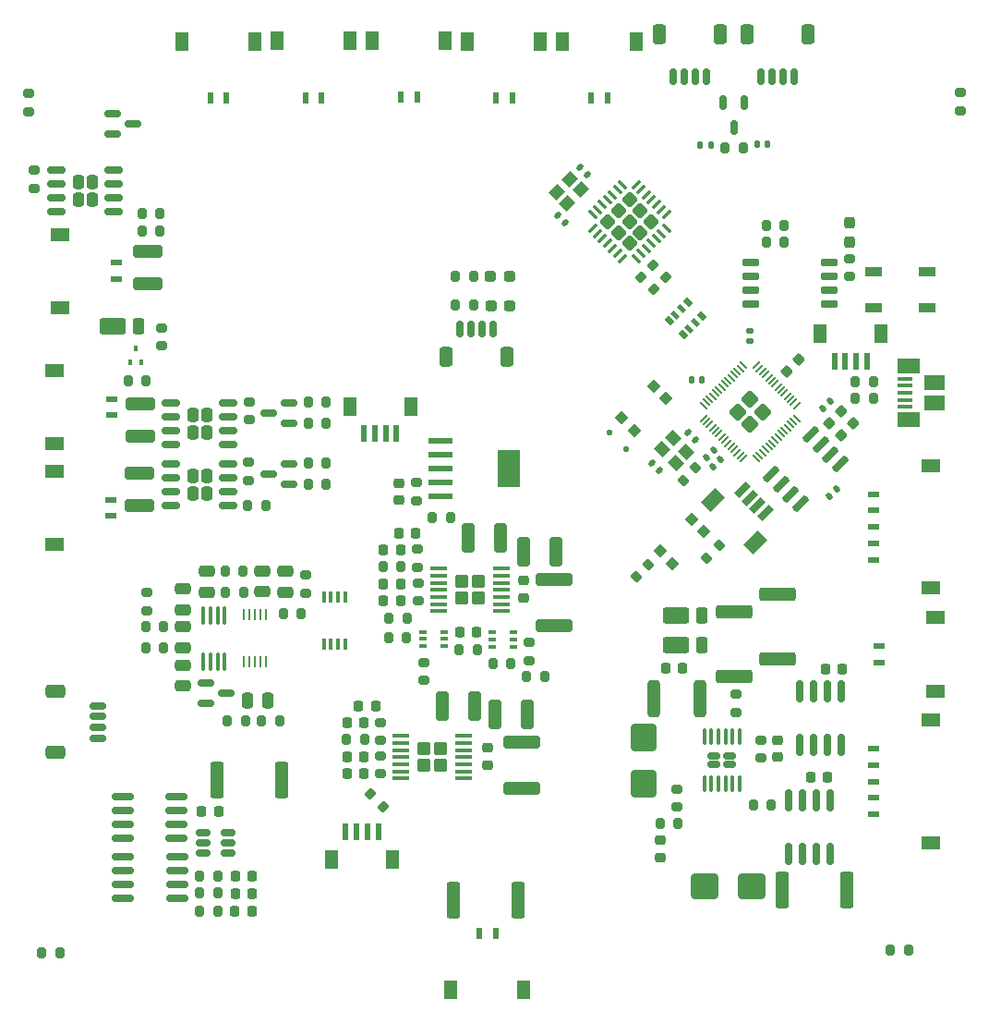
<source format=gbr>
%TF.GenerationSoftware,KiCad,Pcbnew,7.0.1*%
%TF.CreationDate,2024-01-14T15:51:54-07:00*%
%TF.ProjectId,Battery_Board_V3a,42617474-6572-4795-9f42-6f6172645f56,rev?*%
%TF.SameCoordinates,Original*%
%TF.FileFunction,Paste,Top*%
%TF.FilePolarity,Positive*%
%FSLAX46Y46*%
G04 Gerber Fmt 4.6, Leading zero omitted, Abs format (unit mm)*
G04 Created by KiCad (PCBNEW 7.0.1) date 2024-01-14 15:51:54*
%MOMM*%
%LPD*%
G01*
G04 APERTURE LIST*
G04 Aperture macros list*
%AMRoundRect*
0 Rectangle with rounded corners*
0 $1 Rounding radius*
0 $2 $3 $4 $5 $6 $7 $8 $9 X,Y pos of 4 corners*
0 Add a 4 corners polygon primitive as box body*
4,1,4,$2,$3,$4,$5,$6,$7,$8,$9,$2,$3,0*
0 Add four circle primitives for the rounded corners*
1,1,$1+$1,$2,$3*
1,1,$1+$1,$4,$5*
1,1,$1+$1,$6,$7*
1,1,$1+$1,$8,$9*
0 Add four rect primitives between the rounded corners*
20,1,$1+$1,$2,$3,$4,$5,0*
20,1,$1+$1,$4,$5,$6,$7,0*
20,1,$1+$1,$6,$7,$8,$9,0*
20,1,$1+$1,$8,$9,$2,$3,0*%
%AMRotRect*
0 Rectangle, with rotation*
0 The origin of the aperture is its center*
0 $1 length*
0 $2 width*
0 $3 Rotation angle, in degrees counterclockwise*
0 Add horizontal line*
21,1,$1,$2,0,0,$3*%
G04 Aperture macros list end*
%ADD10RoundRect,0.200000X0.275000X-0.200000X0.275000X0.200000X-0.275000X0.200000X-0.275000X-0.200000X0*%
%ADD11RotRect,0.600000X1.550000X135.000000*%
%ADD12RotRect,1.200000X1.800000X135.000000*%
%ADD13RoundRect,0.225000X-0.225000X-0.250000X0.225000X-0.250000X0.225000X0.250000X-0.225000X0.250000X0*%
%ADD14RoundRect,0.250000X-1.450000X0.312500X-1.450000X-0.312500X1.450000X-0.312500X1.450000X0.312500X0*%
%ADD15R,1.500000X0.900000*%
%ADD16RoundRect,0.150000X0.825000X0.150000X-0.825000X0.150000X-0.825000X-0.150000X0.825000X-0.150000X0*%
%ADD17RoundRect,0.150000X0.150000X0.625000X-0.150000X0.625000X-0.150000X-0.625000X0.150000X-0.625000X0*%
%ADD18RoundRect,0.250000X0.350000X0.650000X-0.350000X0.650000X-0.350000X-0.650000X0.350000X-0.650000X0*%
%ADD19R,0.650000X0.400000*%
%ADD20RoundRect,0.200000X-0.200000X-0.275000X0.200000X-0.275000X0.200000X0.275000X-0.200000X0.275000X0*%
%ADD21RoundRect,0.250000X0.255000X0.395000X-0.255000X0.395000X-0.255000X-0.395000X0.255000X-0.395000X0*%
%ADD22RoundRect,0.150000X0.662500X0.150000X-0.662500X0.150000X-0.662500X-0.150000X0.662500X-0.150000X0*%
%ADD23RoundRect,0.150000X-0.512500X-0.150000X0.512500X-0.150000X0.512500X0.150000X-0.512500X0.150000X0*%
%ADD24RoundRect,0.140000X-0.021213X0.219203X-0.219203X0.021213X0.021213X-0.219203X0.219203X-0.021213X0*%
%ADD25R,0.600000X1.000000*%
%ADD26R,1.250000X1.800000*%
%ADD27RoundRect,0.140000X-0.219203X-0.021213X-0.021213X-0.219203X0.219203X0.021213X0.021213X0.219203X0*%
%ADD28RoundRect,0.200000X0.200000X0.275000X-0.200000X0.275000X-0.200000X-0.275000X0.200000X-0.275000X0*%
%ADD29RoundRect,0.250000X0.275000X0.500000X-0.275000X0.500000X-0.275000X-0.500000X0.275000X-0.500000X0*%
%ADD30RoundRect,0.250000X0.950000X0.500000X-0.950000X0.500000X-0.950000X-0.500000X0.950000X-0.500000X0*%
%ADD31RoundRect,0.225000X-0.250000X0.225000X-0.250000X-0.225000X0.250000X-0.225000X0.250000X0.225000X0*%
%ADD32RotRect,0.800000X0.500000X135.000000*%
%ADD33RotRect,0.800000X0.400000X135.000000*%
%ADD34RoundRect,0.250000X-1.100000X0.325000X-1.100000X-0.325000X1.100000X-0.325000X1.100000X0.325000X0*%
%ADD35RoundRect,0.200000X0.335876X0.053033X0.053033X0.335876X-0.335876X-0.053033X-0.053033X-0.335876X0*%
%ADD36RoundRect,0.225000X0.250000X-0.225000X0.250000X0.225000X-0.250000X0.225000X-0.250000X-0.225000X0*%
%ADD37RoundRect,0.250000X-0.475000X0.250000X-0.475000X-0.250000X0.475000X-0.250000X0.475000X0.250000X0*%
%ADD38RoundRect,0.150000X0.150000X-0.825000X0.150000X0.825000X-0.150000X0.825000X-0.150000X-0.825000X0*%
%ADD39R,2.200000X0.600000*%
%ADD40R,2.150000X3.450000*%
%ADD41RoundRect,0.150000X0.406586X0.618718X-0.618718X-0.406586X-0.406586X-0.618718X0.618718X0.406586X0*%
%ADD42RotRect,0.900000X0.900000X225.000000*%
%ADD43R,1.000000X0.600000*%
%ADD44R,1.800000X1.250000*%
%ADD45RoundRect,0.225000X0.225000X0.250000X-0.225000X0.250000X-0.225000X-0.250000X0.225000X-0.250000X0*%
%ADD46RotRect,0.900000X0.900000X45.000000*%
%ADD47RoundRect,0.250000X-0.255000X-0.395000X0.255000X-0.395000X0.255000X0.395000X-0.255000X0.395000X0*%
%ADD48RoundRect,0.150000X-0.662500X-0.150000X0.662500X-0.150000X0.662500X0.150000X-0.662500X0.150000X0*%
%ADD49RoundRect,0.150000X0.587500X0.150000X-0.587500X0.150000X-0.587500X-0.150000X0.587500X-0.150000X0*%
%ADD50RoundRect,0.250000X0.362500X1.425000X-0.362500X1.425000X-0.362500X-1.425000X0.362500X-1.425000X0*%
%ADD51RoundRect,0.250000X0.325000X1.100000X-0.325000X1.100000X-0.325000X-1.100000X0.325000X-1.100000X0*%
%ADD52RoundRect,0.200000X-0.275000X0.200000X-0.275000X-0.200000X0.275000X-0.200000X0.275000X0.200000X0*%
%ADD53RoundRect,0.250001X-0.354999X-0.374999X0.354999X-0.374999X0.354999X0.374999X-0.354999X0.374999X0*%
%ADD54RoundRect,0.100000X-0.687500X-0.100000X0.687500X-0.100000X0.687500X0.100000X-0.687500X0.100000X0*%
%ADD55RoundRect,0.200000X0.053033X-0.335876X0.335876X-0.053033X-0.053033X0.335876X-0.335876X0.053033X0*%
%ADD56RoundRect,0.237500X-0.237500X0.287500X-0.237500X-0.287500X0.237500X-0.287500X0.237500X0.287500X0*%
%ADD57RoundRect,0.250000X-0.362500X-1.425000X0.362500X-1.425000X0.362500X1.425000X-0.362500X1.425000X0*%
%ADD58RoundRect,0.250000X-1.000000X-0.900000X1.000000X-0.900000X1.000000X0.900000X-1.000000X0.900000X0*%
%ADD59RoundRect,0.140000X0.219203X0.021213X0.021213X0.219203X-0.219203X-0.021213X-0.021213X-0.219203X0*%
%ADD60RoundRect,0.125000X0.176777X0.000000X0.000000X0.176777X-0.176777X0.000000X0.000000X-0.176777X0*%
%ADD61RoundRect,0.150000X-0.150000X0.512500X-0.150000X-0.512500X0.150000X-0.512500X0.150000X0.512500X0*%
%ADD62RoundRect,0.150000X-0.150000X0.825000X-0.150000X-0.825000X0.150000X-0.825000X0.150000X0.825000X0*%
%ADD63RoundRect,0.250000X-0.325000X-1.100000X0.325000X-1.100000X0.325000X1.100000X-0.325000X1.100000X0*%
%ADD64RoundRect,0.200000X-0.053033X0.335876X-0.335876X0.053033X0.053033X-0.335876X0.335876X-0.053033X0*%
%ADD65RoundRect,0.237500X-0.287500X-0.237500X0.287500X-0.237500X0.287500X0.237500X-0.287500X0.237500X0*%
%ADD66R,0.400000X0.510000*%
%ADD67RoundRect,0.250000X-1.425000X0.362500X-1.425000X-0.362500X1.425000X-0.362500X1.425000X0.362500X0*%
%ADD68RoundRect,0.100000X0.100000X-0.712500X0.100000X0.712500X-0.100000X0.712500X-0.100000X-0.712500X0*%
%ADD69RoundRect,0.150000X-0.650000X-0.150000X0.650000X-0.150000X0.650000X0.150000X-0.650000X0.150000X0*%
%ADD70RoundRect,0.150000X-0.587500X-0.150000X0.587500X-0.150000X0.587500X0.150000X-0.587500X0.150000X0*%
%ADD71RoundRect,0.150000X-0.625000X0.150000X-0.625000X-0.150000X0.625000X-0.150000X0.625000X0.150000X0*%
%ADD72RoundRect,0.250000X-0.650000X0.350000X-0.650000X-0.350000X0.650000X-0.350000X0.650000X0.350000X0*%
%ADD73RoundRect,0.250000X1.100000X-0.325000X1.100000X0.325000X-1.100000X0.325000X-1.100000X-0.325000X0*%
%ADD74RoundRect,0.140000X0.170000X-0.140000X0.170000X0.140000X-0.170000X0.140000X-0.170000X-0.140000X0*%
%ADD75RoundRect,0.250000X1.425000X-0.362500X1.425000X0.362500X-1.425000X0.362500X-1.425000X-0.362500X0*%
%ADD76RoundRect,0.140000X-0.140000X-0.170000X0.140000X-0.170000X0.140000X0.170000X-0.140000X0.170000X0*%
%ADD77R,1.380000X0.450000*%
%ADD78R,2.100000X1.475000*%
%ADD79R,1.900000X1.375000*%
%ADD80RoundRect,0.250000X-0.900000X1.000000X-0.900000X-1.000000X0.900000X-1.000000X0.900000X1.000000X0*%
%ADD81RoundRect,0.140000X0.140000X0.170000X-0.140000X0.170000X-0.140000X-0.170000X0.140000X-0.170000X0*%
%ADD82RoundRect,0.249999X-0.558616X0.000000X0.000000X-0.558616X0.558616X0.000000X0.000000X0.558616X0*%
%ADD83RoundRect,0.050000X-0.309359X0.238649X0.238649X-0.309359X0.309359X-0.238649X-0.238649X0.309359X0*%
%ADD84RoundRect,0.050000X-0.309359X-0.238649X-0.238649X-0.309359X0.309359X0.238649X0.238649X0.309359X0*%
%ADD85RoundRect,0.250000X0.475000X-0.250000X0.475000X0.250000X-0.475000X0.250000X-0.475000X-0.250000X0*%
%ADD86R,0.250000X1.100000*%
%ADD87R,0.600000X1.550000*%
%ADD88R,1.200000X1.800000*%
%ADD89RoundRect,0.250000X-0.312500X-1.450000X0.312500X-1.450000X0.312500X1.450000X-0.312500X1.450000X0*%
%ADD90RoundRect,0.250000X0.452548X0.000000X0.000000X0.452548X-0.452548X0.000000X0.000000X-0.452548X0*%
%ADD91RoundRect,0.075000X0.362392X-0.256326X-0.256326X0.362392X-0.362392X0.256326X0.256326X-0.362392X0*%
%ADD92RoundRect,0.075000X0.362392X0.256326X0.256326X0.362392X-0.362392X-0.256326X-0.256326X-0.362392X0*%
%ADD93R,0.400000X1.100000*%
%ADD94RoundRect,0.225000X0.017678X-0.335876X0.335876X-0.017678X-0.017678X0.335876X-0.335876X0.017678X0*%
%ADD95RoundRect,0.225000X-0.335876X-0.017678X-0.017678X-0.335876X0.335876X0.017678X0.017678X0.335876X0*%
%ADD96RoundRect,0.167500X0.407500X-0.167500X0.407500X0.167500X-0.407500X0.167500X-0.407500X-0.167500X0*%
%ADD97RoundRect,0.100000X0.100000X-0.625000X0.100000X0.625000X-0.100000X0.625000X-0.100000X-0.625000X0*%
%ADD98RotRect,1.150000X1.000000X315.000000*%
%ADD99RoundRect,0.250000X-0.250000X-0.475000X0.250000X-0.475000X0.250000X0.475000X-0.250000X0.475000X0*%
%ADD100RoundRect,0.140000X0.021213X-0.219203X0.219203X-0.021213X-0.021213X0.219203X-0.219203X0.021213X0*%
%ADD101RotRect,1.150000X1.000000X225.000000*%
G04 APERTURE END LIST*
D10*
%TO.C,R57*%
X186790000Y-65585000D03*
X186790000Y-63935000D03*
%TD*%
D11*
%TO.C,J21*%
X179057577Y-87283744D03*
X178350470Y-86576637D03*
X177643363Y-85869530D03*
X176936256Y-85162423D03*
D12*
X178191371Y-89988427D03*
X174231573Y-86028629D03*
%TD*%
D13*
%TO.C,C1*%
X144082500Y-90615000D03*
X145632500Y-90615000D03*
%TD*%
D14*
%TO.C,L3*%
X156700000Y-108200000D03*
X156700000Y-112475000D03*
%TD*%
D15*
%TO.C,LED1*%
X193870000Y-68420000D03*
X193870000Y-65120000D03*
X188970000Y-65120000D03*
X188970000Y-68420000D03*
%TD*%
D16*
%TO.C,Q2*%
X125124999Y-122585000D03*
X125124999Y-121315000D03*
X125124999Y-120045000D03*
X125124999Y-118775000D03*
X120174999Y-118775000D03*
X120174999Y-120045000D03*
X120174999Y-121315000D03*
X120174999Y-122585000D03*
%TD*%
D17*
%TO.C,J27*%
X154110000Y-70395000D03*
X153110000Y-70395000D03*
X152110000Y-70395000D03*
X151110000Y-70395000D03*
D18*
X155410000Y-72920000D03*
X149810000Y-72920000D03*
%TD*%
D19*
%TO.C,Q3*%
X154057500Y-98180000D03*
X154057500Y-98830000D03*
X154057500Y-99480000D03*
X155957500Y-99480000D03*
X155957500Y-98830000D03*
X155957500Y-98180000D03*
%TD*%
D20*
%TO.C,R4*%
X127225000Y-120530000D03*
X128875000Y-120530000D03*
%TD*%
D21*
%TO.C,Q9*%
X127832502Y-85469999D03*
X127832502Y-83869999D03*
X126572502Y-85469999D03*
X126572502Y-83869999D03*
D22*
X129840002Y-86574999D03*
X129840002Y-85304999D03*
X129840002Y-84034999D03*
X129840002Y-82764999D03*
X124565002Y-82764999D03*
X124565002Y-84034999D03*
X124565002Y-85304999D03*
X124565002Y-86574999D03*
%TD*%
D23*
%TO.C,U1*%
X127542500Y-116500000D03*
X127542500Y-117450000D03*
X127542500Y-118400000D03*
X129817500Y-118400000D03*
X129817500Y-117450000D03*
X129817500Y-116500000D03*
%TD*%
D24*
%TO.C,C31*%
X185639411Y-85060589D03*
X184960589Y-85739411D03*
%TD*%
D25*
%TO.C,J7*%
X155870000Y-49225000D03*
X154370000Y-49225000D03*
D26*
X158475000Y-44035000D03*
X151765000Y-44035000D03*
%TD*%
D27*
%TO.C,C20*%
X171960589Y-79870589D03*
X172639411Y-80549411D03*
%TD*%
D28*
%TO.C,FB3*%
X131215000Y-94502499D03*
X129565000Y-94502499D03*
%TD*%
D29*
%TO.C,D1*%
X121640001Y-70154998D03*
D30*
X119265001Y-70154998D03*
%TD*%
D28*
%TO.C,R19*%
X133285000Y-86564998D03*
X131635000Y-86564998D03*
%TD*%
D31*
%TO.C,C40*%
X180220000Y-108085000D03*
X180220000Y-109635000D03*
%TD*%
D10*
%TO.C,R60*%
X123750000Y-71955000D03*
X123750000Y-70305000D03*
%TD*%
D32*
%TO.C,R48*%
X171537868Y-70934924D03*
D33*
X172103553Y-70369239D03*
X172669239Y-69803553D03*
D32*
X173234924Y-69237868D03*
X171962132Y-67965076D03*
D33*
X171396447Y-68530761D03*
X170830761Y-69096447D03*
D32*
X170265076Y-69662132D03*
%TD*%
D25*
%TO.C,J8*%
X164610000Y-49245000D03*
X163110000Y-49245000D03*
D26*
X167215000Y-44055000D03*
X160505000Y-44055000D03*
%TD*%
D34*
%TO.C,C50*%
X122430000Y-63325000D03*
X122430000Y-66275000D03*
%TD*%
D28*
%TO.C,R31*%
X180825000Y-60880000D03*
X179175000Y-60880000D03*
%TD*%
D20*
%TO.C,R43*%
X169415000Y-115690000D03*
X171065000Y-115690000D03*
%TD*%
D35*
%TO.C,R40*%
X169963503Y-65683595D03*
X168796777Y-64516869D03*
%TD*%
D36*
%TO.C,C13*%
X145467500Y-86055000D03*
X145467500Y-84505000D03*
%TD*%
D37*
%TO.C,C18*%
X125665000Y-97682499D03*
X125665000Y-99582499D03*
%TD*%
D38*
%TO.C,U14*%
X182215000Y-108495000D03*
X183485000Y-108495000D03*
X184755000Y-108495000D03*
X186025000Y-108495000D03*
X186025000Y-103545000D03*
X184755000Y-103545000D03*
X183485000Y-103545000D03*
X182215000Y-103545000D03*
%TD*%
D39*
%TO.C,U6*%
X149270000Y-80630000D03*
X149270000Y-81900000D03*
X149270000Y-83170000D03*
X149270000Y-84440000D03*
X149270000Y-85710000D03*
D40*
X155570000Y-83170000D03*
%TD*%
D41*
%TO.C,U13*%
X185957838Y-82766238D03*
X185059813Y-81868213D03*
X184161787Y-80970187D03*
X183263762Y-80072162D03*
X179622162Y-83713762D03*
X180520187Y-84611787D03*
X181418213Y-85509813D03*
X182316238Y-86407838D03*
%TD*%
D42*
%TO.C,SW1*%
X167046117Y-79685254D03*
X169945254Y-76786117D03*
X165914746Y-78553883D03*
X168813883Y-75654746D03*
%TD*%
D43*
%TO.C,J14*%
X189020000Y-114845000D03*
X189020000Y-113345000D03*
X189020000Y-111845000D03*
X189020000Y-110345000D03*
X189020000Y-108845000D03*
D44*
X194210000Y-117450000D03*
X194210000Y-106240000D03*
%TD*%
D20*
%TO.C,FB1*%
X132890000Y-106322499D03*
X134540000Y-106322499D03*
%TD*%
D45*
%TO.C,C49*%
X142255000Y-109580000D03*
X140705000Y-109580000D03*
%TD*%
D46*
%TO.C,SW2*%
X172313883Y-87844746D03*
X169414746Y-90743883D03*
X173445254Y-88976117D03*
X170546117Y-91875254D03*
%TD*%
D10*
%TO.C,R59*%
X112050000Y-57485000D03*
X112050000Y-55835000D03*
%TD*%
D13*
%TO.C,C12*%
X151052500Y-98160000D03*
X152602500Y-98160000D03*
%TD*%
%TO.C,C43*%
X141795000Y-104970000D03*
X143345000Y-104970000D03*
%TD*%
D47*
%TO.C,Q11*%
X116082500Y-56965000D03*
X116082500Y-58565000D03*
X117342500Y-56965000D03*
X117342500Y-58565000D03*
D48*
X114075000Y-55860000D03*
X114075000Y-57130000D03*
X114075000Y-58400000D03*
X114075000Y-59670000D03*
X119350000Y-59670000D03*
X119350000Y-58400000D03*
X119350000Y-57130000D03*
X119350000Y-55860000D03*
%TD*%
D36*
%TO.C,C6*%
X156907500Y-95015000D03*
X156907500Y-93465000D03*
%TD*%
D49*
%TO.C,Q7*%
X135407501Y-84619998D03*
X135407501Y-82719998D03*
X133532501Y-83669998D03*
%TD*%
D20*
%TO.C,R54*%
X187340000Y-76720000D03*
X188990000Y-76720000D03*
%TD*%
D50*
%TO.C,R1*%
X134712500Y-111740000D03*
X128787500Y-111740000D03*
%TD*%
D51*
%TO.C,C46*%
X152445000Y-104900000D03*
X149495000Y-104900000D03*
%TD*%
D17*
%TO.C,J20*%
X173660000Y-47270000D03*
X172660000Y-47270000D03*
X171660000Y-47270000D03*
X170660000Y-47270000D03*
D18*
X174960000Y-43395000D03*
X169360000Y-43395000D03*
%TD*%
D52*
%TO.C,R62*%
X111540000Y-48815000D03*
X111540000Y-50465000D03*
%TD*%
D53*
%TO.C,U3*%
X151227500Y-93525000D03*
X151227500Y-95075000D03*
X152727500Y-93525000D03*
X152727500Y-95075000D03*
D54*
X149115000Y-92350000D03*
X149115000Y-93000000D03*
X149115000Y-93650000D03*
X149115000Y-94300000D03*
X149115000Y-94950000D03*
X149115000Y-95600000D03*
X149115000Y-96250000D03*
X154840000Y-96250000D03*
X154840000Y-95600000D03*
X154840000Y-94950000D03*
X154840000Y-94300000D03*
X154840000Y-93650000D03*
X154840000Y-93000000D03*
X154840000Y-92350000D03*
%TD*%
D55*
%TO.C,R45*%
X173716637Y-91403363D03*
X174883363Y-90236637D03*
%TD*%
D10*
%TO.C,R52*%
X178650000Y-109685000D03*
X178650000Y-108035000D03*
%TD*%
D28*
%TO.C,R10*%
X155762500Y-101060000D03*
X154112500Y-101060000D03*
%TD*%
D37*
%TO.C,C27*%
X132924999Y-92572500D03*
X132924999Y-94472500D03*
%TD*%
D20*
%TO.C,R53*%
X187340000Y-75180000D03*
X188990000Y-75180000D03*
%TD*%
D28*
%TO.C,R9*%
X122302500Y-75170000D03*
X120652500Y-75170000D03*
%TD*%
D55*
%TO.C,R36*%
X167200000Y-93110000D03*
X168366726Y-91943274D03*
%TD*%
D56*
%TO.C,D10*%
X186770000Y-62435000D03*
X186770000Y-60685000D03*
%TD*%
D57*
%TO.C,R49*%
X180597500Y-121770000D03*
X186522500Y-121770000D03*
%TD*%
D58*
%TO.C,D4*%
X173502500Y-121420000D03*
X177802500Y-121420000D03*
%TD*%
D59*
%TO.C,C21*%
X169389411Y-83379411D03*
X168710589Y-82700589D03*
%TD*%
D60*
%TO.C,D8*%
X164772183Y-79872183D03*
X166327817Y-81427817D03*
%TD*%
D61*
%TO.C,D5*%
X177130000Y-49675000D03*
X175230000Y-49675000D03*
X176180000Y-51950000D03*
%TD*%
D62*
%TO.C,U12*%
X185025000Y-113555000D03*
X183755000Y-113555000D03*
X182485000Y-113555000D03*
X181215000Y-113555000D03*
X181215000Y-118505000D03*
X182485000Y-118505000D03*
X183755000Y-118505000D03*
X185025000Y-118505000D03*
%TD*%
D63*
%TO.C,C45*%
X154305000Y-105690000D03*
X157255000Y-105690000D03*
%TD*%
D10*
%TO.C,R6*%
X147137500Y-92210000D03*
X147137500Y-90560000D03*
%TD*%
D64*
%TO.C,R38*%
X172683363Y-83136637D03*
X171516637Y-84303363D03*
%TD*%
D65*
%TO.C,D2*%
X155670000Y-68240000D03*
X153920000Y-68240000D03*
%TD*%
D66*
%TO.C,Q4*%
X120841957Y-73425562D03*
X121841957Y-73425562D03*
X121341957Y-72135562D03*
%TD*%
D67*
%TO.C,R55*%
X176250000Y-96307500D03*
X176250000Y-102232500D03*
%TD*%
D20*
%TO.C,R37*%
X129760000Y-106302499D03*
X131410000Y-106302499D03*
%TD*%
D52*
%TO.C,R25*%
X147057500Y-84455000D03*
X147057500Y-86105000D03*
%TD*%
D20*
%TO.C,R26*%
X148552500Y-87640000D03*
X150202500Y-87640000D03*
%TD*%
D27*
%TO.C,C35*%
X160049866Y-59984315D03*
X160728688Y-60663137D03*
%TD*%
D43*
%TO.C,J10*%
X119570000Y-64340000D03*
X119570000Y-65840000D03*
D44*
X114380000Y-61735000D03*
X114380000Y-68445000D03*
%TD*%
D31*
%TO.C,C34*%
X169450000Y-117235000D03*
X169450000Y-118785000D03*
%TD*%
D25*
%TO.C,J5*%
X138390000Y-49192500D03*
X136890000Y-49192500D03*
D26*
X140995000Y-44002500D03*
X134285000Y-44002500D03*
%TD*%
D27*
%TO.C,C36*%
X162036836Y-55564897D03*
X162715658Y-56243719D03*
%TD*%
D37*
%TO.C,C16*%
X135085000Y-92592499D03*
X135085000Y-94492499D03*
%TD*%
D68*
%TO.C,U9*%
X127570000Y-100835000D03*
X128220000Y-100835000D03*
X128870000Y-100835000D03*
X129520000Y-100835000D03*
X129520000Y-96610000D03*
X128870000Y-96610000D03*
X128220000Y-96610000D03*
X127570000Y-96610000D03*
%TD*%
D28*
%TO.C,R47*%
X179615000Y-114000000D03*
X177965000Y-114000000D03*
%TD*%
D24*
%TO.C,C33*%
X174339411Y-81460589D03*
X173660589Y-82139411D03*
%TD*%
D51*
%TO.C,C4*%
X154822500Y-89530000D03*
X151872500Y-89530000D03*
%TD*%
D29*
%TO.C,D6*%
X173225000Y-99350000D03*
D30*
X170850000Y-99350000D03*
%TD*%
D45*
%TO.C,C7*%
X131995000Y-123720000D03*
X130445000Y-123720000D03*
%TD*%
D10*
%TO.C,R20*%
X143800000Y-111130000D03*
X143800000Y-109480000D03*
%TD*%
D24*
%TO.C,C26*%
X185009411Y-77030589D03*
X184330589Y-77709411D03*
%TD*%
D20*
%TO.C,R12*%
X151012500Y-99750000D03*
X152662500Y-99750000D03*
%TD*%
D28*
%TO.C,R22*%
X138817501Y-82669999D03*
X137167501Y-82669999D03*
%TD*%
D69*
%TO.C,U8*%
X177720000Y-64275000D03*
X177720000Y-65545000D03*
X177720000Y-66815000D03*
X177720000Y-68085000D03*
X184920000Y-68085000D03*
X184920000Y-66815000D03*
X184920000Y-65545000D03*
X184920000Y-64275000D03*
%TD*%
D10*
%TO.C,R15*%
X147777500Y-102595000D03*
X147777500Y-100945000D03*
%TD*%
D20*
%TO.C,R30*%
X121915000Y-59840000D03*
X123565000Y-59840000D03*
%TD*%
%TO.C,R56*%
X179155000Y-62450000D03*
X180805000Y-62450000D03*
%TD*%
D45*
%TO.C,C10*%
X145622500Y-95260000D03*
X144072500Y-95260000D03*
%TD*%
D19*
%TO.C,Q5*%
X149587500Y-99440000D03*
X149587500Y-98790000D03*
X149587500Y-98140000D03*
X147687500Y-98140000D03*
X147687500Y-98790000D03*
X147687500Y-99440000D03*
%TD*%
D49*
%TO.C,Q6*%
X135440002Y-79039999D03*
X135440002Y-77139999D03*
X133565002Y-78089999D03*
%TD*%
D28*
%TO.C,FB2*%
X131210000Y-92552500D03*
X129560000Y-92552500D03*
%TD*%
D45*
%TO.C,C11*%
X145627500Y-93730000D03*
X144077500Y-93730000D03*
%TD*%
D70*
%TO.C,U10*%
X127767500Y-102802500D03*
X127767500Y-104702500D03*
X129642500Y-103752500D03*
%TD*%
D45*
%TO.C,C8*%
X132015001Y-120540000D03*
X130465001Y-120540000D03*
%TD*%
D20*
%TO.C,R64*%
X112725000Y-127540000D03*
X114375000Y-127540000D03*
%TD*%
D28*
%TO.C,R3*%
X128885000Y-123740000D03*
X127235000Y-123740000D03*
%TD*%
%TO.C,R29*%
X123555000Y-61400000D03*
X121905000Y-61400000D03*
%TD*%
D71*
%TO.C,J16*%
X117890000Y-104910000D03*
X117890000Y-105910000D03*
X117890000Y-106910000D03*
X117890000Y-107910000D03*
D72*
X114015000Y-103610000D03*
X114015000Y-109210000D03*
%TD*%
D20*
%TO.C,R13*%
X157182500Y-102260000D03*
X158832500Y-102260000D03*
%TD*%
D13*
%TO.C,C44*%
X140715000Y-106490000D03*
X142265000Y-106490000D03*
%TD*%
%TO.C,C42*%
X184575000Y-101520000D03*
X186125000Y-101520000D03*
%TD*%
D45*
%TO.C,C9*%
X132005000Y-122090000D03*
X130455000Y-122090000D03*
%TD*%
D73*
%TO.C,C14*%
X121732500Y-80184998D03*
X121732500Y-77234998D03*
%TD*%
D74*
%TO.C,C29*%
X177630000Y-71530000D03*
X177630000Y-70570000D03*
%TD*%
D75*
%TO.C,R50*%
X180210000Y-100592500D03*
X180210000Y-94667500D03*
%TD*%
D76*
%TO.C,C37*%
X178297500Y-53492500D03*
X179257500Y-53492500D03*
%TD*%
D35*
%TO.C,R61*%
X144036726Y-114146726D03*
X142870000Y-112980000D03*
%TD*%
D77*
%TO.C,J24*%
X191890000Y-74947500D03*
X191890000Y-75597500D03*
X191890000Y-76247500D03*
X191890000Y-76897500D03*
X191890000Y-77547500D03*
D78*
X192250000Y-78710000D03*
D79*
X194550000Y-77185000D03*
X194550000Y-75310000D03*
D78*
X192250000Y-73785000D03*
%TD*%
D36*
%TO.C,C47*%
X153640000Y-110325000D03*
X153640000Y-108775000D03*
%TD*%
D52*
%TO.C,R63*%
X196970000Y-48745000D03*
X196970000Y-50395000D03*
%TD*%
D80*
%TO.C,D7*%
X167900000Y-107792500D03*
X167900000Y-112092500D03*
%TD*%
D52*
%TO.C,R27*%
X131742501Y-77054999D03*
X131742501Y-78704999D03*
%TD*%
D43*
%TO.C,J4*%
X189480000Y-100950000D03*
X189480000Y-99450000D03*
D44*
X194670000Y-103555000D03*
X194670000Y-96845000D03*
%TD*%
D13*
%TO.C,C2*%
X145447500Y-89075000D03*
X146997500Y-89075000D03*
%TD*%
D28*
%TO.C,R39*%
X152310000Y-68160000D03*
X150660000Y-68160000D03*
%TD*%
D20*
%TO.C,R23*%
X137147502Y-79059999D03*
X138797502Y-79059999D03*
%TD*%
D53*
%TO.C,U5*%
X147760000Y-108845000D03*
X147760000Y-110395000D03*
X149260000Y-108845000D03*
X149260000Y-110395000D03*
D54*
X145647500Y-107670000D03*
X145647500Y-108320000D03*
X145647500Y-108970000D03*
X145647500Y-109620000D03*
X145647500Y-110270000D03*
X145647500Y-110920000D03*
X145647500Y-111570000D03*
X151372500Y-111570000D03*
X151372500Y-110920000D03*
X151372500Y-110270000D03*
X151372500Y-109620000D03*
X151372500Y-108970000D03*
X151372500Y-108320000D03*
X151372500Y-107670000D03*
%TD*%
D17*
%TO.C,J22*%
X181690000Y-47270000D03*
X180690000Y-47270000D03*
X179690000Y-47270000D03*
X178690000Y-47270000D03*
D18*
X182990000Y-43395000D03*
X177390000Y-43395000D03*
%TD*%
D81*
%TO.C,C32*%
X173270000Y-75050000D03*
X172310000Y-75050000D03*
%TD*%
D43*
%TO.C,J2*%
X119077500Y-86020000D03*
X119077500Y-87520000D03*
D44*
X113887500Y-83415000D03*
X113887500Y-90125000D03*
%TD*%
D82*
%TO.C,IC3*%
X177666528Y-76866516D03*
X176535157Y-77997887D03*
X178797899Y-77997887D03*
X177666528Y-79129258D03*
D83*
X177074326Y-73728730D03*
X176791483Y-74011573D03*
X176508641Y-74294415D03*
X176225798Y-74577258D03*
X175942955Y-74860101D03*
X175660113Y-75142943D03*
X175377270Y-75425786D03*
X175094427Y-75708629D03*
X174811584Y-75991472D03*
X174528742Y-76274314D03*
X174245899Y-76557157D03*
X173963056Y-76840000D03*
X173680214Y-77122842D03*
X173397371Y-77405685D03*
D84*
X173397371Y-78590089D03*
X173680214Y-78872932D03*
X173963056Y-79155774D03*
X174245899Y-79438617D03*
X174528742Y-79721460D03*
X174811584Y-80004302D03*
X175094427Y-80287145D03*
X175377270Y-80569988D03*
X175660113Y-80852831D03*
X175942955Y-81135673D03*
X176225798Y-81418516D03*
X176508641Y-81701359D03*
X176791483Y-81984201D03*
X177074326Y-82267044D03*
D83*
X178258730Y-82267044D03*
X178541573Y-81984201D03*
X178824415Y-81701359D03*
X179107258Y-81418516D03*
X179390101Y-81135673D03*
X179672943Y-80852831D03*
X179955786Y-80569988D03*
X180238629Y-80287145D03*
X180521472Y-80004302D03*
X180804314Y-79721460D03*
X181087157Y-79438617D03*
X181370000Y-79155774D03*
X181652842Y-78872932D03*
X181935685Y-78590089D03*
D84*
X181935685Y-77405685D03*
X181652842Y-77122842D03*
X181370000Y-76840000D03*
X181087157Y-76557157D03*
X180804314Y-76274314D03*
X180521472Y-75991472D03*
X180238629Y-75708629D03*
X179955786Y-75425786D03*
X179672943Y-75142943D03*
X179390101Y-74860101D03*
X179107258Y-74577258D03*
X178824415Y-74294415D03*
X178541573Y-74011573D03*
X178258730Y-73728730D03*
%TD*%
D73*
%TO.C,C15*%
X121702500Y-86564998D03*
X121702500Y-83614998D03*
%TD*%
D43*
%TO.C,J15*%
X189040000Y-91530000D03*
X189040000Y-90030000D03*
X189040000Y-88530000D03*
X189040000Y-87030000D03*
X189040000Y-85530000D03*
D44*
X194230000Y-94135000D03*
X194230000Y-82925000D03*
%TD*%
D20*
%TO.C,R18*%
X140665000Y-108020000D03*
X142315000Y-108020000D03*
%TD*%
%TO.C,R8*%
X144032500Y-92145000D03*
X145682500Y-92145000D03*
%TD*%
D85*
%TO.C,C17*%
X125675000Y-103082499D03*
X125675000Y-101182499D03*
%TD*%
D86*
%TO.C,U7*%
X133265001Y-96572500D03*
X132765001Y-96572500D03*
X132265001Y-96572500D03*
X131765001Y-96572500D03*
X131265001Y-96572500D03*
X131265001Y-100872500D03*
X131765001Y-100872500D03*
X132265001Y-100872500D03*
X132765001Y-100872500D03*
X133265001Y-100872500D03*
%TD*%
D76*
%TO.C,C38*%
X173097500Y-53532500D03*
X174057500Y-53532500D03*
%TD*%
D87*
%TO.C,J11*%
X142264000Y-79995000D03*
X143264000Y-79995000D03*
X144264000Y-79995000D03*
X145264000Y-79995000D03*
D88*
X140964000Y-77470000D03*
X146564000Y-77470000D03*
%TD*%
D89*
%TO.C,L2*%
X168822500Y-104250000D03*
X173097500Y-104250000D03*
%TD*%
D20*
%TO.C,R33*%
X122270001Y-99592499D03*
X123920001Y-99592499D03*
%TD*%
D90*
%TO.C,U11*%
X166611817Y-62558183D03*
X167615909Y-61554092D03*
X168620000Y-60550000D03*
X165607725Y-61554092D03*
X166611817Y-60550000D03*
X167615909Y-59545908D03*
X164603634Y-60550000D03*
X165607725Y-59545908D03*
X166611817Y-58541817D03*
D91*
X167239374Y-63935274D03*
X167698994Y-63475654D03*
X168158613Y-63016035D03*
X168618232Y-62556415D03*
X169077852Y-62096796D03*
X169537471Y-61637177D03*
X169997091Y-61177557D03*
D92*
X169997091Y-59922443D03*
X169537471Y-59462823D03*
X169077852Y-59003204D03*
X168618232Y-58543585D03*
X168158613Y-58083965D03*
X167698994Y-57624346D03*
X167239374Y-57164726D03*
D91*
X165984260Y-57164726D03*
X165524640Y-57624346D03*
X165065021Y-58083965D03*
X164605402Y-58543585D03*
X164145782Y-59003204D03*
X163686163Y-59462823D03*
X163226543Y-59922443D03*
D92*
X163226543Y-61177557D03*
X163686163Y-61637177D03*
X164145782Y-62096796D03*
X164605402Y-62556415D03*
X165065021Y-63016035D03*
X165524640Y-63475654D03*
X165984260Y-63935274D03*
%TD*%
D20*
%TO.C,R7*%
X144582500Y-96900000D03*
X146232500Y-96900000D03*
%TD*%
D85*
%TO.C,C24*%
X127845000Y-94482500D03*
X127845000Y-92582500D03*
%TD*%
D16*
%TO.C,Q1*%
X125114999Y-117025000D03*
X125114999Y-115755000D03*
X125114999Y-114485000D03*
X125114999Y-113215000D03*
X120164999Y-113215000D03*
X120164999Y-114485000D03*
X120164999Y-115755000D03*
X120164999Y-117025000D03*
%TD*%
D28*
%TO.C,R65*%
X192210000Y-127290000D03*
X190560000Y-127290000D03*
%TD*%
%TO.C,R17*%
X146182500Y-98700000D03*
X144532500Y-98700000D03*
%TD*%
D52*
%TO.C,R44*%
X171000000Y-112555000D03*
X171000000Y-114205000D03*
%TD*%
D70*
%TO.C,Q10*%
X119252500Y-50650000D03*
X119252500Y-52550000D03*
X121127500Y-51600000D03*
%TD*%
D20*
%TO.C,R5*%
X127235001Y-122070000D03*
X128885001Y-122070000D03*
%TD*%
D28*
%TO.C,R21*%
X138807501Y-77109998D03*
X137157501Y-77109998D03*
%TD*%
D25*
%TO.C,J9*%
X129690000Y-49222500D03*
X128190000Y-49222500D03*
D26*
X132295000Y-44032500D03*
X125585000Y-44032500D03*
%TD*%
D28*
%TO.C,R46*%
X177032500Y-53762500D03*
X175382500Y-53762500D03*
%TD*%
D93*
%TO.C,IC2*%
X140545000Y-94982499D03*
X139895000Y-94982499D03*
X139245000Y-94982499D03*
X138595000Y-94982499D03*
X138595000Y-99282499D03*
X139245000Y-99282499D03*
X139895000Y-99282499D03*
X140545000Y-99282499D03*
%TD*%
D87*
%TO.C,J19*%
X143580000Y-116465000D03*
X142580000Y-116465000D03*
X141580000Y-116465000D03*
X140580000Y-116465000D03*
D88*
X144880000Y-118990000D03*
X139280000Y-118990000D03*
%TD*%
D94*
%TO.C,C23*%
X181041992Y-74288008D03*
X182138008Y-73191992D03*
%TD*%
D95*
%TO.C,C28*%
X186071992Y-77961992D03*
X187168008Y-79058008D03*
%TD*%
D29*
%TO.C,D9*%
X173235000Y-96660000D03*
D30*
X170860000Y-96660000D03*
%TD*%
D10*
%TO.C,R32*%
X122335000Y-96207501D03*
X122335000Y-94557501D03*
%TD*%
D63*
%TO.C,C3*%
X156942500Y-90780000D03*
X159892500Y-90780000D03*
%TD*%
D10*
%TO.C,R2*%
X136900000Y-94607499D03*
X136900000Y-92957499D03*
%TD*%
D21*
%TO.C,Q8*%
X127850000Y-79885000D03*
X127850000Y-78285000D03*
X126590000Y-79885000D03*
X126590000Y-78285000D03*
D22*
X129857500Y-80990000D03*
X129857500Y-79720000D03*
X129857500Y-78450000D03*
X129857500Y-77180000D03*
X124582500Y-77180000D03*
X124582500Y-78450000D03*
X124582500Y-79720000D03*
X124582500Y-80990000D03*
%TD*%
D10*
%TO.C,R16*%
X143800000Y-108085000D03*
X143800000Y-106435000D03*
%TD*%
D85*
%TO.C,C19*%
X125685001Y-96102500D03*
X125685001Y-94202500D03*
%TD*%
D57*
%TO.C,R58*%
X150457500Y-122710000D03*
X156382500Y-122710000D03*
%TD*%
D14*
%TO.C,L1*%
X159727500Y-93312500D03*
X159727500Y-97587500D03*
%TD*%
D45*
%TO.C,C48*%
X142255000Y-111140000D03*
X140705000Y-111140000D03*
%TD*%
D96*
%TO.C,IC4*%
X174380000Y-110290000D03*
X175800000Y-110290000D03*
X174380000Y-109470000D03*
X175800000Y-109470000D03*
D97*
X173465000Y-112030000D03*
X174115000Y-112030000D03*
X174765000Y-112030000D03*
X175415000Y-112030000D03*
X176065000Y-112030000D03*
X176715000Y-112030000D03*
X176715000Y-107730000D03*
X176065000Y-107730000D03*
X175415000Y-107730000D03*
X174765000Y-107730000D03*
X174115000Y-107730000D03*
X173465000Y-107730000D03*
%TD*%
D98*
%TO.C,Y1*%
X169616307Y-81406256D03*
X170853744Y-82643693D03*
X171843693Y-81653744D03*
X170606256Y-80416307D03*
%TD*%
D10*
%TO.C,R11*%
X147237500Y-95325000D03*
X147237500Y-93675000D03*
%TD*%
D25*
%TO.C,J17*%
X152840000Y-125740000D03*
X154340000Y-125740000D03*
D26*
X150235000Y-130930000D03*
X156945000Y-130930000D03*
%TD*%
D28*
%TO.C,R35*%
X136530000Y-96502499D03*
X134880000Y-96502499D03*
%TD*%
%TO.C,R34*%
X123910001Y-97682499D03*
X122260001Y-97682499D03*
%TD*%
D10*
%TO.C,R51*%
X176360000Y-105505000D03*
X176360000Y-103855000D03*
%TD*%
D20*
%TO.C,R24*%
X137147501Y-84639998D03*
X138797501Y-84639998D03*
%TD*%
D13*
%TO.C,C39*%
X169935000Y-101470000D03*
X171485000Y-101470000D03*
%TD*%
D99*
%TO.C,C22*%
X131555000Y-104442499D03*
X133455000Y-104442499D03*
%TD*%
D13*
%TO.C,C5*%
X127395000Y-114610000D03*
X128945000Y-114610000D03*
%TD*%
D25*
%TO.C,J6*%
X147145000Y-49175000D03*
X145645000Y-49175000D03*
D26*
X149750000Y-43985000D03*
X143040000Y-43985000D03*
%TD*%
D13*
%TO.C,C41*%
X183215000Y-111430000D03*
X184765000Y-111430000D03*
%TD*%
D100*
%TO.C,C25*%
X174240589Y-83009411D03*
X174919411Y-82330589D03*
%TD*%
D43*
%TO.C,J3*%
X119107500Y-76790000D03*
X119107500Y-78290000D03*
D44*
X113917500Y-74185000D03*
X113917500Y-80895000D03*
%TD*%
D35*
%TO.C,R42*%
X168863952Y-66790217D03*
X167697226Y-65623491D03*
%TD*%
D10*
%TO.C,R14*%
X157427500Y-100785000D03*
X157427500Y-99135000D03*
%TD*%
D52*
%TO.C,R28*%
X131712500Y-82625000D03*
X131712500Y-84275000D03*
%TD*%
D101*
%TO.C,Y2*%
X161170631Y-56643235D03*
X159933194Y-57880672D03*
X160923143Y-58870621D03*
X162160580Y-57633184D03*
%TD*%
D87*
%TO.C,J26*%
X185410000Y-73365000D03*
X186410000Y-73365000D03*
X187410000Y-73365000D03*
X188410000Y-73365000D03*
D88*
X184110000Y-70840000D03*
X189710000Y-70840000D03*
%TD*%
D65*
%TO.C,D3*%
X155655000Y-65610000D03*
X153905000Y-65610000D03*
%TD*%
D28*
%TO.C,R41*%
X152320000Y-65610000D03*
X150670000Y-65610000D03*
%TD*%
D95*
%TO.C,C30*%
X184961992Y-79041992D03*
X186058008Y-80138008D03*
%TD*%
M02*

</source>
